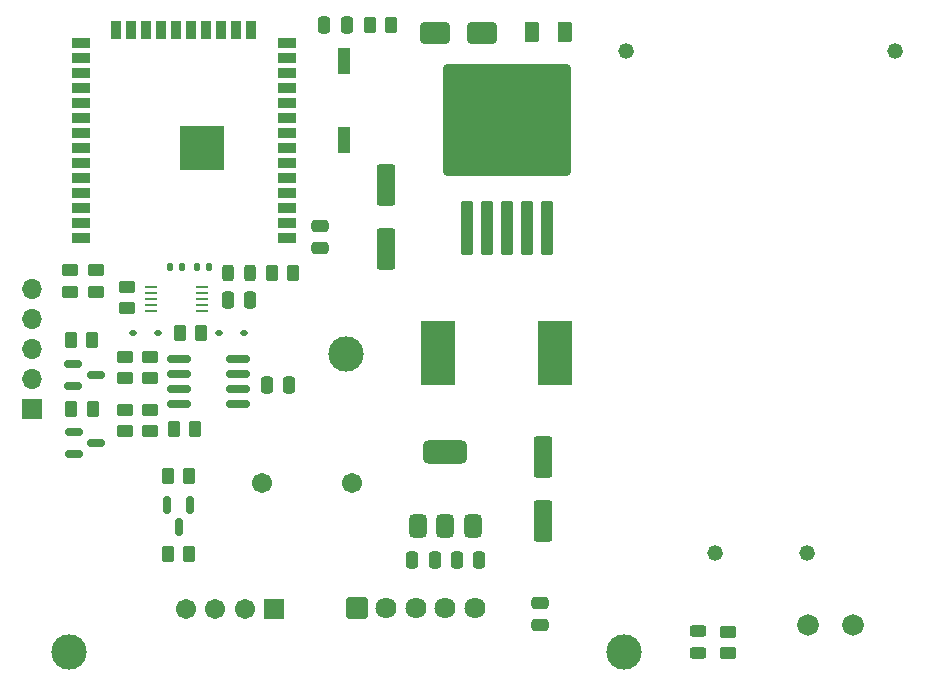
<source format=gts>
G04 #@! TF.GenerationSoftware,KiCad,Pcbnew,7.0.11-7.0.11~ubuntu22.04.1*
G04 #@! TF.CreationDate,2024-09-13T10:30:39+07:00*
G04 #@! TF.ProjectId,scale,7363616c-652e-46b6-9963-61645f706362,rev?*
G04 #@! TF.SameCoordinates,Original*
G04 #@! TF.FileFunction,Soldermask,Top*
G04 #@! TF.FilePolarity,Negative*
%FSLAX46Y46*%
G04 Gerber Fmt 4.6, Leading zero omitted, Abs format (unit mm)*
G04 Created by KiCad (PCBNEW 7.0.11-7.0.11~ubuntu22.04.1) date 2024-09-13 10:30:39*
%MOMM*%
%LPD*%
G01*
G04 APERTURE LIST*
G04 Aperture macros list*
%AMRoundRect*
0 Rectangle with rounded corners*
0 $1 Rounding radius*
0 $2 $3 $4 $5 $6 $7 $8 $9 X,Y pos of 4 corners*
0 Add a 4 corners polygon primitive as box body*
4,1,4,$2,$3,$4,$5,$6,$7,$8,$9,$2,$3,0*
0 Add four circle primitives for the rounded corners*
1,1,$1+$1,$2,$3*
1,1,$1+$1,$4,$5*
1,1,$1+$1,$6,$7*
1,1,$1+$1,$8,$9*
0 Add four rect primitives between the rounded corners*
20,1,$1+$1,$2,$3,$4,$5,0*
20,1,$1+$1,$4,$5,$6,$7,0*
20,1,$1+$1,$6,$7,$8,$9,0*
20,1,$1+$1,$8,$9,$2,$3,0*%
G04 Aperture macros list end*
%ADD10R,1.100000X0.250000*%
%ADD11RoundRect,0.250000X-0.262500X-0.450000X0.262500X-0.450000X0.262500X0.450000X-0.262500X0.450000X0*%
%ADD12RoundRect,0.250000X0.262500X0.450000X-0.262500X0.450000X-0.262500X-0.450000X0.262500X-0.450000X0*%
%ADD13RoundRect,0.250000X0.450000X-0.262500X0.450000X0.262500X-0.450000X0.262500X-0.450000X-0.262500X0*%
%ADD14RoundRect,0.135000X-0.135000X-0.185000X0.135000X-0.185000X0.135000X0.185000X-0.135000X0.185000X0*%
%ADD15C,1.320800*%
%ADD16C,1.828800*%
%ADD17RoundRect,0.250000X-0.450000X0.262500X-0.450000X-0.262500X0.450000X-0.262500X0.450000X0.262500X0*%
%ADD18RoundRect,0.250000X0.250000X0.475000X-0.250000X0.475000X-0.250000X-0.475000X0.250000X-0.475000X0*%
%ADD19RoundRect,0.112500X0.187500X0.112500X-0.187500X0.112500X-0.187500X-0.112500X0.187500X-0.112500X0*%
%ADD20RoundRect,0.250000X-0.475000X0.250000X-0.475000X-0.250000X0.475000X-0.250000X0.475000X0.250000X0*%
%ADD21RoundRect,0.250000X1.000000X0.650000X-1.000000X0.650000X-1.000000X-0.650000X1.000000X-0.650000X0*%
%ADD22RoundRect,0.375000X0.375000X-0.625000X0.375000X0.625000X-0.375000X0.625000X-0.375000X-0.625000X0*%
%ADD23RoundRect,0.500000X1.400000X-0.500000X1.400000X0.500000X-1.400000X0.500000X-1.400000X-0.500000X0*%
%ADD24RoundRect,0.135000X0.135000X0.185000X-0.135000X0.185000X-0.135000X-0.185000X0.135000X-0.185000X0*%
%ADD25RoundRect,0.250000X0.375000X0.625000X-0.375000X0.625000X-0.375000X-0.625000X0.375000X-0.625000X0*%
%ADD26RoundRect,0.250000X0.550000X-1.500000X0.550000X1.500000X-0.550000X1.500000X-0.550000X-1.500000X0*%
%ADD27R,1.120000X2.160000*%
%ADD28RoundRect,0.150000X-0.587500X-0.150000X0.587500X-0.150000X0.587500X0.150000X-0.587500X0.150000X0*%
%ADD29C,1.712000*%
%ADD30RoundRect,0.102000X-0.795000X-0.795000X0.795000X-0.795000X0.795000X0.795000X-0.795000X0.795000X0*%
%ADD31C,1.794000*%
%ADD32RoundRect,0.243750X-0.456250X0.243750X-0.456250X-0.243750X0.456250X-0.243750X0.456250X0.243750X0*%
%ADD33RoundRect,0.243750X0.243750X0.456250X-0.243750X0.456250X-0.243750X-0.456250X0.243750X-0.456250X0*%
%ADD34RoundRect,0.250000X-0.250000X-0.475000X0.250000X-0.475000X0.250000X0.475000X-0.250000X0.475000X0*%
%ADD35RoundRect,0.150000X-0.825000X-0.150000X0.825000X-0.150000X0.825000X0.150000X-0.825000X0.150000X0*%
%ADD36RoundRect,0.250000X0.300000X-2.050000X0.300000X2.050000X-0.300000X2.050000X-0.300000X-2.050000X0*%
%ADD37RoundRect,0.250002X5.149998X-4.449998X5.149998X4.449998X-5.149998X4.449998X-5.149998X-4.449998X0*%
%ADD38RoundRect,0.102000X0.754000X0.754000X-0.754000X0.754000X-0.754000X-0.754000X0.754000X-0.754000X0*%
%ADD39R,1.700000X1.700000*%
%ADD40O,1.700000X1.700000*%
%ADD41C,3.000000*%
%ADD42RoundRect,0.250000X-0.550000X1.500000X-0.550000X-1.500000X0.550000X-1.500000X0.550000X1.500000X0*%
%ADD43R,2.895600X5.410200*%
%ADD44R,1.500000X0.900000*%
%ADD45R,0.900000X1.500000*%
%ADD46C,0.600000*%
%ADD47R,3.800000X3.800000*%
%ADD48RoundRect,0.150000X-0.150000X0.587500X-0.150000X-0.587500X0.150000X-0.587500X0.150000X0.587500X0*%
G04 APERTURE END LIST*
D10*
X11950000Y-24100000D03*
X11950000Y-24600000D03*
X11950000Y-25100000D03*
X11950000Y-25600000D03*
X11950000Y-26100000D03*
X16250000Y-26100000D03*
X16250000Y-25600000D03*
X16250000Y-25100000D03*
X16250000Y-24600000D03*
X16250000Y-24100000D03*
D11*
X22187500Y-22900000D03*
X24012500Y-22900000D03*
D12*
X16212500Y-28000000D03*
X14387500Y-28000000D03*
D13*
X9800000Y-36312500D03*
X9800000Y-34487500D03*
D14*
X15890000Y-22400000D03*
X16910000Y-22400000D03*
D15*
X59700000Y-46616596D03*
X67500000Y-46616596D03*
X52200002Y-4116604D03*
X74999997Y-4116604D03*
D16*
X67628400Y-52704901D03*
X71438400Y-52704901D03*
D17*
X9900000Y-24087500D03*
X9900000Y-25912500D03*
D18*
X28550000Y-1900000D03*
X26650000Y-1900000D03*
D19*
X12550000Y-28000000D03*
X10450000Y-28000000D03*
D13*
X7300000Y-24512500D03*
X7300000Y-22687500D03*
D20*
X26300000Y-18900000D03*
X26300000Y-20800000D03*
D21*
X40000000Y-2600000D03*
X36000000Y-2600000D03*
D22*
X34600000Y-44350000D03*
X36900000Y-44350000D03*
D23*
X36900000Y-38050000D03*
D22*
X39200000Y-44350000D03*
D24*
X14610000Y-22400000D03*
X13590000Y-22400000D03*
D25*
X47000000Y-2500000D03*
X44200000Y-2500000D03*
D26*
X31900000Y-20900000D03*
X31900000Y-15500000D03*
D27*
X28300000Y-11665000D03*
X28300000Y-4935000D03*
D28*
X5400000Y-30600000D03*
X5400000Y-32500000D03*
X7275000Y-31550000D03*
D18*
X23650000Y-32400000D03*
X21750000Y-32400000D03*
D13*
X11900000Y-31812500D03*
X11900000Y-29987500D03*
D29*
X21400000Y-40700000D03*
X29000000Y-40700000D03*
D30*
X29400000Y-51312500D03*
D31*
X31900000Y-51312500D03*
X34400000Y-51312500D03*
X36900000Y-51312500D03*
X39400000Y-51312500D03*
D12*
X15225000Y-40100000D03*
X13400000Y-40100000D03*
D32*
X58300000Y-53225000D03*
X58300000Y-55100000D03*
D33*
X20337500Y-22900000D03*
X18462500Y-22900000D03*
D13*
X9800000Y-31812500D03*
X9800000Y-29987500D03*
D34*
X18450000Y-25200000D03*
X20350000Y-25200000D03*
D12*
X15700000Y-36100000D03*
X13875000Y-36100000D03*
D11*
X5200000Y-34400000D03*
X7025000Y-34400000D03*
D35*
X14350000Y-30190000D03*
X14350000Y-31460000D03*
X14350000Y-32730000D03*
X14350000Y-34000000D03*
X19300000Y-34000000D03*
X19300000Y-32730000D03*
X19300000Y-31460000D03*
X19300000Y-30190000D03*
D18*
X36000000Y-47200000D03*
X34100000Y-47200000D03*
D13*
X60800000Y-55100000D03*
X60800000Y-53275000D03*
D28*
X5425000Y-36350000D03*
X5425000Y-38250000D03*
X7300000Y-37300000D03*
D13*
X5100000Y-24512500D03*
X5100000Y-22687500D03*
D18*
X39750000Y-47200000D03*
X37850000Y-47200000D03*
D36*
X38725000Y-19125000D03*
X40425000Y-19125000D03*
X42125000Y-19125000D03*
D37*
X42125000Y-9975000D03*
D36*
X43825000Y-19125000D03*
X45525000Y-19125000D03*
D38*
X22404750Y-51350000D03*
D29*
X19904750Y-51350000D03*
X17404750Y-51350000D03*
X14904750Y-51350000D03*
D39*
X1900000Y-34420000D03*
D40*
X1900000Y-31880000D03*
X1900000Y-29340000D03*
X1900000Y-26800000D03*
X1900000Y-24260000D03*
D11*
X30475000Y-1900000D03*
X32300000Y-1900000D03*
D41*
X52000000Y-55000000D03*
X28500000Y-29735000D03*
D42*
X45200000Y-38500000D03*
X45200000Y-43900000D03*
D13*
X11900000Y-36312500D03*
X11900000Y-34487500D03*
D41*
X5000000Y-55000000D03*
D43*
X36247000Y-29700000D03*
X46153000Y-29700000D03*
D11*
X5187500Y-28600000D03*
X7012500Y-28600000D03*
D19*
X19850000Y-28000000D03*
X17750000Y-28000000D03*
D44*
X23500000Y-19920000D03*
X23500000Y-18650000D03*
X23500000Y-17380000D03*
X23500000Y-16110000D03*
X23500000Y-14840000D03*
X23500000Y-13570000D03*
X23500000Y-12300000D03*
X23500000Y-11030000D03*
X23500000Y-9760000D03*
X23500000Y-8490000D03*
X23500000Y-7220000D03*
X23500000Y-5950000D03*
X23500000Y-4680000D03*
X23500000Y-3410000D03*
D45*
X20465000Y-2315000D03*
X19195000Y-2315000D03*
X17925000Y-2315000D03*
X16655000Y-2315000D03*
X15385000Y-2315000D03*
X14115000Y-2315000D03*
X12845000Y-2315000D03*
X11575000Y-2315000D03*
X10305000Y-2315000D03*
X9035000Y-2315000D03*
D44*
X6000000Y-3410000D03*
X6000000Y-4680000D03*
X6000000Y-5950000D03*
X6000000Y-7220000D03*
X6000000Y-8490000D03*
X6000000Y-9760000D03*
X6000000Y-11030000D03*
X6000000Y-12300000D03*
X6000000Y-13570000D03*
X6000000Y-14840000D03*
X6000000Y-16110000D03*
X6000000Y-17380000D03*
X6000000Y-18650000D03*
X6000000Y-19920000D03*
D46*
X17650000Y-13055000D03*
X17650000Y-11655000D03*
X16950000Y-13755000D03*
X16950000Y-12355000D03*
X16950000Y-10955000D03*
X16250000Y-13055000D03*
D47*
X16250000Y-12355000D03*
D46*
X16250000Y-11655000D03*
X15550000Y-13755000D03*
X15550000Y-12355000D03*
X15550000Y-10955000D03*
X14850000Y-13055000D03*
X14850000Y-11655000D03*
D48*
X15250000Y-42525000D03*
X13350000Y-42525000D03*
X14300000Y-44400000D03*
D20*
X44900000Y-50850000D03*
X44900000Y-52750000D03*
D12*
X15225000Y-46700000D03*
X13400000Y-46700000D03*
M02*

</source>
